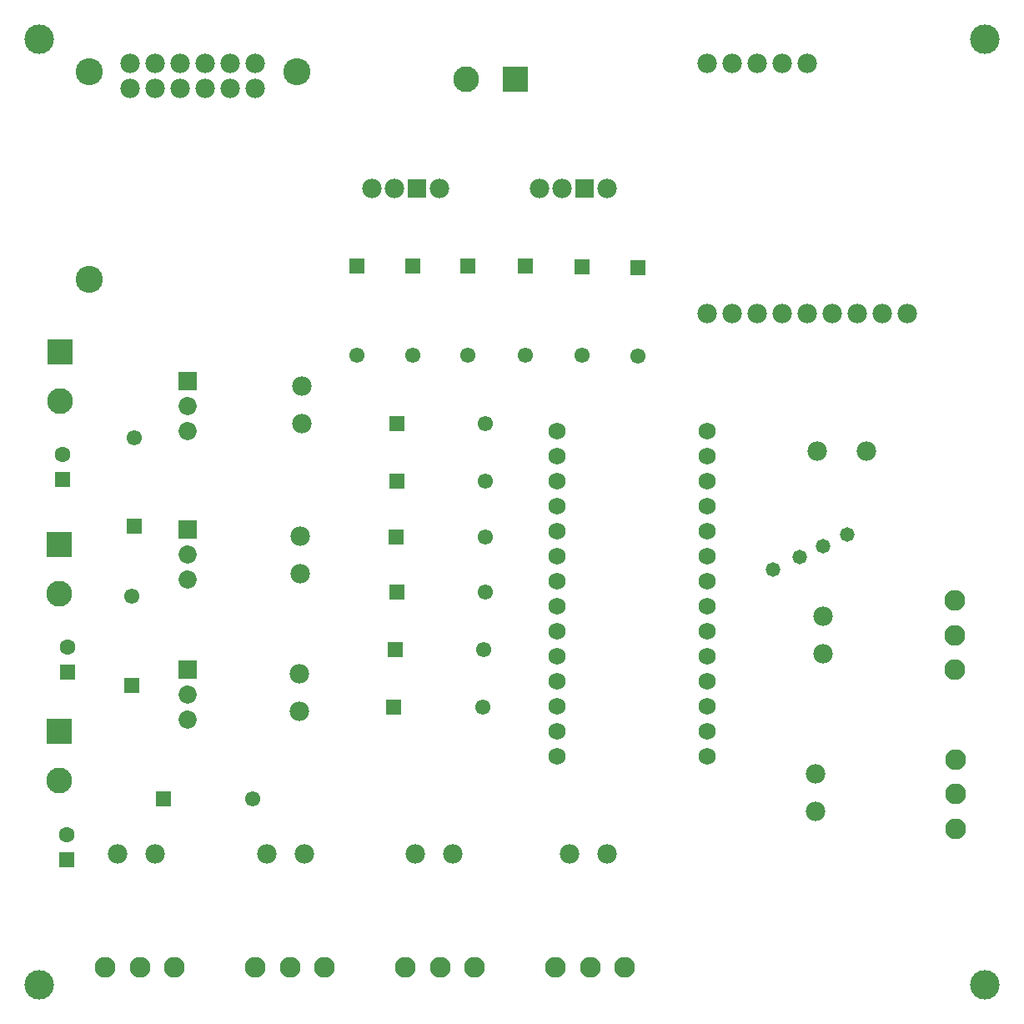
<source format=gbs>
G04*
G04 #@! TF.GenerationSoftware,Altium Limited,Altium Designer,25.7.1 (20)*
G04*
G04 Layer_Color=16711935*
%FSLAX44Y44*%
%MOMM*%
G71*
G04*
G04 #@! TF.SameCoordinates,9BF2C3B0-3B17-4BF1-8F46-E5792BC6C144*
G04*
G04*
G04 #@! TF.FilePolarity,Negative*
G04*
G01*
G75*
%ADD16C,1.6032*%
%ADD17R,1.6032X1.6032*%
%ADD18R,1.5532X1.5532*%
%ADD19C,1.5532*%
%ADD20R,1.5532X1.5532*%
%ADD21C,2.7432*%
%ADD22C,1.9812*%
%ADD23C,1.7332*%
%ADD24C,2.6245*%
%ADD25R,2.6245X2.6245*%
%ADD26R,2.6245X2.6245*%
%ADD27C,1.8500*%
%ADD28R,1.8500X1.8500*%
%ADD29C,2.1082*%
%ADD30R,1.9812X1.9812*%
%ADD31C,2.9972*%
%ADD32C,1.4732*%
D16*
X57150Y370840D02*
D03*
X52070Y566420D02*
D03*
X55880Y180340D02*
D03*
D17*
X57150Y345440D02*
D03*
X52070Y541020D02*
D03*
X55880Y154940D02*
D03*
D18*
X154390Y217170D02*
D03*
X391330Y426720D02*
D03*
X391160Y598170D02*
D03*
X389340Y368300D02*
D03*
X390610Y482600D02*
D03*
X388070Y309880D02*
D03*
X391160Y539750D02*
D03*
D19*
X244390Y217170D02*
D03*
X121920Y422190D02*
D03*
X124460Y583480D02*
D03*
X480610Y482600D02*
D03*
X481160Y539750D02*
D03*
Y598170D02*
D03*
X481330Y426720D02*
D03*
X479340Y368300D02*
D03*
X478070Y309880D02*
D03*
X350520Y667470D02*
D03*
X407670D02*
D03*
X463550D02*
D03*
X521970D02*
D03*
X579120Y666920D02*
D03*
X636270Y666200D02*
D03*
D20*
X121920Y332190D02*
D03*
X124460Y493480D02*
D03*
X350520Y757470D02*
D03*
X407670D02*
D03*
X463550D02*
D03*
X521970D02*
D03*
X579120Y756920D02*
D03*
X636270Y756200D02*
D03*
D21*
X289560Y955040D02*
D03*
X78740D02*
D03*
Y744220D02*
D03*
D22*
X171450Y963930D02*
D03*
X146050D02*
D03*
X120650D02*
D03*
Y938530D02*
D03*
X146050D02*
D03*
X171450D02*
D03*
X247650D02*
D03*
Y963930D02*
D03*
X196850Y938530D02*
D03*
X222250D02*
D03*
X196850Y963930D02*
D03*
X222250D02*
D03*
X817880Y570230D02*
D03*
X867880D02*
D03*
X706120Y709930D02*
D03*
X107950Y161290D02*
D03*
X259080D02*
D03*
X566420D02*
D03*
X410210D02*
D03*
X816610Y204470D02*
D03*
X824230Y364490D02*
D03*
X292100Y306070D02*
D03*
X293370Y445770D02*
D03*
X294640Y598170D02*
D03*
X883920Y709930D02*
D03*
X146050Y161290D02*
D03*
X292100Y344170D02*
D03*
X297180Y161290D02*
D03*
X448310D02*
D03*
X293370Y483870D02*
D03*
X294640Y636270D02*
D03*
X604520Y161290D02*
D03*
X816610Y242570D02*
D03*
X824230Y402590D02*
D03*
X731520Y709930D02*
D03*
X365760Y836930D02*
D03*
X388620D02*
D03*
X434340D02*
D03*
X535940D02*
D03*
X558800D02*
D03*
X604520D02*
D03*
X833120Y709930D02*
D03*
X858520D02*
D03*
X782320D02*
D03*
X909320D02*
D03*
X807720D02*
D03*
Y963930D02*
D03*
X782320D02*
D03*
X756920D02*
D03*
X731520D02*
D03*
X706120D02*
D03*
X756920Y709930D02*
D03*
D23*
X553720Y260350D02*
D03*
Y285750D02*
D03*
Y311150D02*
D03*
Y336550D02*
D03*
Y361950D02*
D03*
Y387350D02*
D03*
Y412750D02*
D03*
Y438150D02*
D03*
Y463550D02*
D03*
Y488950D02*
D03*
Y514350D02*
D03*
Y539750D02*
D03*
Y565150D02*
D03*
Y590550D02*
D03*
X706120Y260350D02*
D03*
Y285750D02*
D03*
Y311150D02*
D03*
Y336550D02*
D03*
Y361950D02*
D03*
Y387350D02*
D03*
Y412750D02*
D03*
Y438150D02*
D03*
Y463550D02*
D03*
Y488950D02*
D03*
Y514350D02*
D03*
Y539750D02*
D03*
Y565150D02*
D03*
Y590550D02*
D03*
D24*
X461810Y947420D02*
D03*
X48260Y235750D02*
D03*
Y425450D02*
D03*
X49530Y621030D02*
D03*
D25*
X511810Y947420D02*
D03*
D26*
X48260Y285750D02*
D03*
Y475450D02*
D03*
X49530Y671030D02*
D03*
D27*
X179070Y322580D02*
D03*
Y297180D02*
D03*
Y615950D02*
D03*
Y590550D02*
D03*
Y464820D02*
D03*
Y439420D02*
D03*
D28*
Y347980D02*
D03*
Y641350D02*
D03*
Y490220D02*
D03*
D29*
X130099Y45720D02*
D03*
X282651D02*
D03*
X435051D02*
D03*
X587451D02*
D03*
X958850Y221691D02*
D03*
X957580Y382981D02*
D03*
X95098Y45720D02*
D03*
X400050D02*
D03*
X247650D02*
D03*
X552450D02*
D03*
X958850Y186690D02*
D03*
X957580Y347980D02*
D03*
X165100Y45720D02*
D03*
X317652D02*
D03*
X470052D02*
D03*
X622452D02*
D03*
X958850Y256692D02*
D03*
X957580Y417982D02*
D03*
D30*
X411480Y836930D02*
D03*
X581660D02*
D03*
D31*
X988060Y27940D02*
D03*
X27940D02*
D03*
Y988060D02*
D03*
X988060D02*
D03*
D32*
X800100Y462280D02*
D03*
X848360Y485140D02*
D03*
X824230Y473710D02*
D03*
X773430Y449580D02*
D03*
M02*

</source>
